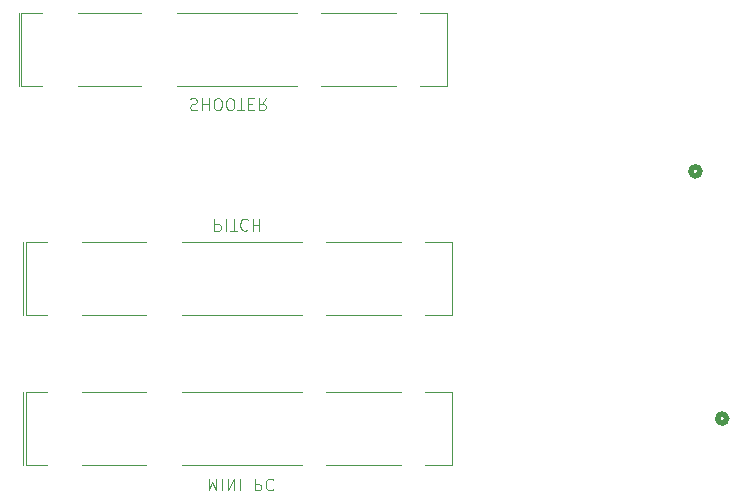
<source format=gbr>
%TF.GenerationSoftware,KiCad,Pcbnew,9.0.4*%
%TF.CreationDate,2025-12-04T18:39:57-05:00*%
%TF.ProjectId,Slipring Board,536c6970-7269-46e6-9720-426f6172642e,rev?*%
%TF.SameCoordinates,Original*%
%TF.FileFunction,Legend,Bot*%
%TF.FilePolarity,Positive*%
%FSLAX46Y46*%
G04 Gerber Fmt 4.6, Leading zero omitted, Abs format (unit mm)*
G04 Created by KiCad (PCBNEW 9.0.4) date 2025-12-04 18:39:57*
%MOMM*%
%LPD*%
G01*
G04 APERTURE LIST*
%ADD10C,0.100000*%
%ADD11C,0.508000*%
%ADD12C,0.120000*%
G04 APERTURE END LIST*
D10*
X40903884Y-55327580D02*
X40903884Y-56327580D01*
X40903884Y-56327580D02*
X41237217Y-55613295D01*
X41237217Y-55613295D02*
X41570550Y-56327580D01*
X41570550Y-56327580D02*
X41570550Y-55327580D01*
X42046741Y-55327580D02*
X42046741Y-56327580D01*
X42522931Y-55327580D02*
X42522931Y-56327580D01*
X42522931Y-56327580D02*
X43094359Y-55327580D01*
X43094359Y-55327580D02*
X43094359Y-56327580D01*
X43570550Y-55327580D02*
X43570550Y-56327580D01*
X44808645Y-55327580D02*
X44808645Y-56327580D01*
X44808645Y-56327580D02*
X45189597Y-56327580D01*
X45189597Y-56327580D02*
X45284835Y-56279961D01*
X45284835Y-56279961D02*
X45332454Y-56232342D01*
X45332454Y-56232342D02*
X45380073Y-56137104D01*
X45380073Y-56137104D02*
X45380073Y-55994247D01*
X45380073Y-55994247D02*
X45332454Y-55899009D01*
X45332454Y-55899009D02*
X45284835Y-55851390D01*
X45284835Y-55851390D02*
X45189597Y-55803771D01*
X45189597Y-55803771D02*
X44808645Y-55803771D01*
X46380073Y-55422819D02*
X46332454Y-55375200D01*
X46332454Y-55375200D02*
X46189597Y-55327580D01*
X46189597Y-55327580D02*
X46094359Y-55327580D01*
X46094359Y-55327580D02*
X45951502Y-55375200D01*
X45951502Y-55375200D02*
X45856264Y-55470438D01*
X45856264Y-55470438D02*
X45808645Y-55565676D01*
X45808645Y-55565676D02*
X45761026Y-55756152D01*
X45761026Y-55756152D02*
X45761026Y-55899009D01*
X45761026Y-55899009D02*
X45808645Y-56089485D01*
X45808645Y-56089485D02*
X45856264Y-56184723D01*
X45856264Y-56184723D02*
X45951502Y-56279961D01*
X45951502Y-56279961D02*
X46094359Y-56327580D01*
X46094359Y-56327580D02*
X46189597Y-56327580D01*
X46189597Y-56327580D02*
X46332454Y-56279961D01*
X46332454Y-56279961D02*
X46380073Y-56232342D01*
X41403884Y-33327580D02*
X41403884Y-34327580D01*
X41403884Y-34327580D02*
X41784836Y-34327580D01*
X41784836Y-34327580D02*
X41880074Y-34279961D01*
X41880074Y-34279961D02*
X41927693Y-34232342D01*
X41927693Y-34232342D02*
X41975312Y-34137104D01*
X41975312Y-34137104D02*
X41975312Y-33994247D01*
X41975312Y-33994247D02*
X41927693Y-33899009D01*
X41927693Y-33899009D02*
X41880074Y-33851390D01*
X41880074Y-33851390D02*
X41784836Y-33803771D01*
X41784836Y-33803771D02*
X41403884Y-33803771D01*
X42403884Y-33327580D02*
X42403884Y-34327580D01*
X42737217Y-34327580D02*
X43308645Y-34327580D01*
X43022931Y-33327580D02*
X43022931Y-34327580D01*
X44213407Y-33422819D02*
X44165788Y-33375200D01*
X44165788Y-33375200D02*
X44022931Y-33327580D01*
X44022931Y-33327580D02*
X43927693Y-33327580D01*
X43927693Y-33327580D02*
X43784836Y-33375200D01*
X43784836Y-33375200D02*
X43689598Y-33470438D01*
X43689598Y-33470438D02*
X43641979Y-33565676D01*
X43641979Y-33565676D02*
X43594360Y-33756152D01*
X43594360Y-33756152D02*
X43594360Y-33899009D01*
X43594360Y-33899009D02*
X43641979Y-34089485D01*
X43641979Y-34089485D02*
X43689598Y-34184723D01*
X43689598Y-34184723D02*
X43784836Y-34279961D01*
X43784836Y-34279961D02*
X43927693Y-34327580D01*
X43927693Y-34327580D02*
X44022931Y-34327580D01*
X44022931Y-34327580D02*
X44165788Y-34279961D01*
X44165788Y-34279961D02*
X44213407Y-34232342D01*
X44641979Y-33327580D02*
X44641979Y-34327580D01*
X44641979Y-33851390D02*
X45213407Y-33851390D01*
X45213407Y-33327580D02*
X45213407Y-34327580D01*
X39356265Y-23175200D02*
X39499122Y-23127580D01*
X39499122Y-23127580D02*
X39737217Y-23127580D01*
X39737217Y-23127580D02*
X39832455Y-23175200D01*
X39832455Y-23175200D02*
X39880074Y-23222819D01*
X39880074Y-23222819D02*
X39927693Y-23318057D01*
X39927693Y-23318057D02*
X39927693Y-23413295D01*
X39927693Y-23413295D02*
X39880074Y-23508533D01*
X39880074Y-23508533D02*
X39832455Y-23556152D01*
X39832455Y-23556152D02*
X39737217Y-23603771D01*
X39737217Y-23603771D02*
X39546741Y-23651390D01*
X39546741Y-23651390D02*
X39451503Y-23699009D01*
X39451503Y-23699009D02*
X39403884Y-23746628D01*
X39403884Y-23746628D02*
X39356265Y-23841866D01*
X39356265Y-23841866D02*
X39356265Y-23937104D01*
X39356265Y-23937104D02*
X39403884Y-24032342D01*
X39403884Y-24032342D02*
X39451503Y-24079961D01*
X39451503Y-24079961D02*
X39546741Y-24127580D01*
X39546741Y-24127580D02*
X39784836Y-24127580D01*
X39784836Y-24127580D02*
X39927693Y-24079961D01*
X40356265Y-23127580D02*
X40356265Y-24127580D01*
X40356265Y-23651390D02*
X40927693Y-23651390D01*
X40927693Y-23127580D02*
X40927693Y-24127580D01*
X41594360Y-24127580D02*
X41784836Y-24127580D01*
X41784836Y-24127580D02*
X41880074Y-24079961D01*
X41880074Y-24079961D02*
X41975312Y-23984723D01*
X41975312Y-23984723D02*
X42022931Y-23794247D01*
X42022931Y-23794247D02*
X42022931Y-23460914D01*
X42022931Y-23460914D02*
X41975312Y-23270438D01*
X41975312Y-23270438D02*
X41880074Y-23175200D01*
X41880074Y-23175200D02*
X41784836Y-23127580D01*
X41784836Y-23127580D02*
X41594360Y-23127580D01*
X41594360Y-23127580D02*
X41499122Y-23175200D01*
X41499122Y-23175200D02*
X41403884Y-23270438D01*
X41403884Y-23270438D02*
X41356265Y-23460914D01*
X41356265Y-23460914D02*
X41356265Y-23794247D01*
X41356265Y-23794247D02*
X41403884Y-23984723D01*
X41403884Y-23984723D02*
X41499122Y-24079961D01*
X41499122Y-24079961D02*
X41594360Y-24127580D01*
X42641979Y-24127580D02*
X42832455Y-24127580D01*
X42832455Y-24127580D02*
X42927693Y-24079961D01*
X42927693Y-24079961D02*
X43022931Y-23984723D01*
X43022931Y-23984723D02*
X43070550Y-23794247D01*
X43070550Y-23794247D02*
X43070550Y-23460914D01*
X43070550Y-23460914D02*
X43022931Y-23270438D01*
X43022931Y-23270438D02*
X42927693Y-23175200D01*
X42927693Y-23175200D02*
X42832455Y-23127580D01*
X42832455Y-23127580D02*
X42641979Y-23127580D01*
X42641979Y-23127580D02*
X42546741Y-23175200D01*
X42546741Y-23175200D02*
X42451503Y-23270438D01*
X42451503Y-23270438D02*
X42403884Y-23460914D01*
X42403884Y-23460914D02*
X42403884Y-23794247D01*
X42403884Y-23794247D02*
X42451503Y-23984723D01*
X42451503Y-23984723D02*
X42546741Y-24079961D01*
X42546741Y-24079961D02*
X42641979Y-24127580D01*
X43356265Y-24127580D02*
X43927693Y-24127580D01*
X43641979Y-23127580D02*
X43641979Y-24127580D01*
X44261027Y-23651390D02*
X44594360Y-23651390D01*
X44737217Y-23127580D02*
X44261027Y-23127580D01*
X44261027Y-23127580D02*
X44261027Y-24127580D01*
X44261027Y-24127580D02*
X44737217Y-24127580D01*
X45737217Y-23127580D02*
X45403884Y-23603771D01*
X45165789Y-23127580D02*
X45165789Y-24127580D01*
X45165789Y-24127580D02*
X45546741Y-24127580D01*
X45546741Y-24127580D02*
X45641979Y-24079961D01*
X45641979Y-24079961D02*
X45689598Y-24032342D01*
X45689598Y-24032342D02*
X45737217Y-23937104D01*
X45737217Y-23937104D02*
X45737217Y-23794247D01*
X45737217Y-23794247D02*
X45689598Y-23699009D01*
X45689598Y-23699009D02*
X45641979Y-23651390D01*
X45641979Y-23651390D02*
X45546741Y-23603771D01*
X45546741Y-23603771D02*
X45165789Y-23603771D01*
D11*
%TO.C,J6*%
X82504500Y-29310200D02*
G75*
G02*
X81742500Y-29310200I-381000J0D01*
G01*
X81742500Y-29310200D02*
G75*
G02*
X82504500Y-29310200I381000J0D01*
G01*
%TO.C,J4*%
X84774700Y-50242400D02*
G75*
G02*
X84012700Y-50242400I-381000J0D01*
G01*
X84012700Y-50242400D02*
G75*
G02*
X84774700Y-50242400I381000J0D01*
G01*
D12*
%TO.C,F1*%
X24817500Y-22100000D02*
X24817500Y-15900000D01*
X25017500Y-15900000D02*
X25017500Y-22100000D01*
X25017500Y-15900000D02*
X26817500Y-15900000D01*
X25017500Y-22100000D02*
X26817500Y-22100000D01*
X29817500Y-15900000D02*
X35217500Y-15900000D01*
X29817500Y-22100000D02*
X35217500Y-22100000D01*
X38217500Y-15900000D02*
X48417500Y-15900000D01*
X38217500Y-22100000D02*
X48417500Y-22100000D01*
X50417500Y-15900000D02*
X56817500Y-15900000D01*
X50417500Y-22100000D02*
X56817500Y-22100000D01*
X58817500Y-15900000D02*
X61117500Y-15900000D01*
X58817500Y-22100000D02*
X61117500Y-22100000D01*
X61117500Y-22100000D02*
X61117500Y-15900000D01*
%TO.C,F3*%
X25217500Y-54200000D02*
X25217500Y-48000000D01*
X25417500Y-48000000D02*
X25417500Y-54200000D01*
X25417500Y-48000000D02*
X27217500Y-48000000D01*
X25417500Y-54200000D02*
X27217500Y-54200000D01*
X30217500Y-48000000D02*
X35617500Y-48000000D01*
X30217500Y-54200000D02*
X35617500Y-54200000D01*
X38617500Y-48000000D02*
X48817500Y-48000000D01*
X38617500Y-54200000D02*
X48817500Y-54200000D01*
X50817500Y-48000000D02*
X57217500Y-48000000D01*
X50817500Y-54200000D02*
X57217500Y-54200000D01*
X59217500Y-48000000D02*
X61517500Y-48000000D01*
X59217500Y-54200000D02*
X61517500Y-54200000D01*
X61517500Y-54200000D02*
X61517500Y-48000000D01*
%TO.C,F2*%
X25217500Y-41500000D02*
X25217500Y-35300000D01*
X25417500Y-35300000D02*
X25417500Y-41500000D01*
X25417500Y-35300000D02*
X27217500Y-35300000D01*
X25417500Y-41500000D02*
X27217500Y-41500000D01*
X30217500Y-35300000D02*
X35617500Y-35300000D01*
X30217500Y-41500000D02*
X35617500Y-41500000D01*
X38617500Y-35300000D02*
X48817500Y-35300000D01*
X38617500Y-41500000D02*
X48817500Y-41500000D01*
X50817500Y-35300000D02*
X57217500Y-35300000D01*
X50817500Y-41500000D02*
X57217500Y-41500000D01*
X59217500Y-35300000D02*
X61517500Y-35300000D01*
X59217500Y-41500000D02*
X61517500Y-41500000D01*
X61517500Y-41500000D02*
X61517500Y-35300000D01*
%TD*%
M02*

</source>
